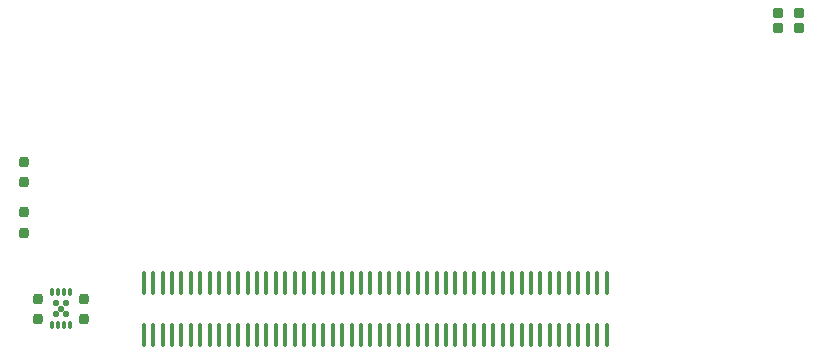
<source format=gtp>
G04 #@! TF.GenerationSoftware,KiCad,Pcbnew,8.0.6*
G04 #@! TF.CreationDate,2024-11-07T02:27:38-08:00*
G04 #@! TF.ProjectId,mse-68-hd,6d73652d-3638-42d6-9864-2e6b69636164,1*
G04 #@! TF.SameCoordinates,Original*
G04 #@! TF.FileFunction,Paste,Top*
G04 #@! TF.FilePolarity,Positive*
%FSLAX46Y46*%
G04 Gerber Fmt 4.6, Leading zero omitted, Abs format (unit mm)*
G04 Created by KiCad (PCBNEW 8.0.6) date 2024-11-07 02:27:38*
%MOMM*%
%LPD*%
G01*
G04 APERTURE LIST*
G04 Aperture macros list*
%AMRoundRect*
0 Rectangle with rounded corners*
0 $1 Rounding radius*
0 $2 $3 $4 $5 $6 $7 $8 $9 X,Y pos of 4 corners*
0 Add a 4 corners polygon primitive as box body*
4,1,4,$2,$3,$4,$5,$6,$7,$8,$9,$2,$3,0*
0 Add four circle primitives for the rounded corners*
1,1,$1+$1,$2,$3*
1,1,$1+$1,$4,$5*
1,1,$1+$1,$6,$7*
1,1,$1+$1,$8,$9*
0 Add four rect primitives between the rounded corners*
20,1,$1+$1,$2,$3,$4,$5,0*
20,1,$1+$1,$4,$5,$6,$7,0*
20,1,$1+$1,$6,$7,$8,$9,0*
20,1,$1+$1,$8,$9,$2,$3,0*%
G04 Aperture macros list end*
%ADD10RoundRect,0.100000X0.100000X0.900000X-0.100000X0.900000X-0.100000X-0.900000X0.100000X-0.900000X0*%
%ADD11RoundRect,0.200000X0.200000X-0.250000X0.200000X0.250000X-0.200000X0.250000X-0.200000X-0.250000X0*%
%ADD12RoundRect,0.200000X-0.200000X0.250000X-0.200000X-0.250000X0.200000X-0.250000X0.200000X0.250000X0*%
%ADD13RoundRect,0.200000X-0.250000X-0.200000X0.250000X-0.200000X0.250000X0.200000X-0.250000X0.200000X0*%
%ADD14RoundRect,0.125000X0.125000X-0.125000X0.125000X0.125000X-0.125000X0.125000X-0.125000X-0.125000X0*%
%ADD15RoundRect,0.046875X0.103125X-0.253125X0.103125X0.253125X-0.103125X0.253125X-0.103125X-0.253125X0*%
%ADD16RoundRect,0.200000X0.250000X0.200000X-0.250000X0.200000X-0.250000X-0.200000X0.250000X-0.200000X0*%
G04 APERTURE END LIST*
D10*
G04 #@! TO.C,J1*
X-57100000Y1800000D03*
X-57100000Y6200000D03*
X-56300000Y1800001D03*
X-56300000Y6199999D03*
X-55500000Y1800000D03*
X-55500000Y6200000D03*
X-54700001Y1800000D03*
X-54700001Y6200000D03*
X-53900000Y1800000D03*
X-53900000Y6200000D03*
X-53100000Y1800000D03*
X-53100000Y6200000D03*
X-52299999Y1800000D03*
X-52299999Y6200000D03*
X-51500000Y1800000D03*
X-51500000Y6200000D03*
X-50700000Y1800001D03*
X-50700000Y6199999D03*
X-49900000Y1800000D03*
X-49900000Y6200000D03*
X-49100000Y1800000D03*
X-49100000Y6200000D03*
X-48300000Y1800000D03*
X-48300000Y6200000D03*
X-47500000Y1800000D03*
X-47500000Y6200000D03*
X-46699999Y1800000D03*
X-46699999Y6200000D03*
X-45900000Y1800000D03*
X-45900000Y6200000D03*
X-45100000Y1800001D03*
X-45100000Y6199999D03*
X-44300000Y1800000D03*
X-44300000Y6200000D03*
X-43500000Y1800000D03*
X-43500000Y6200000D03*
X-42700000Y1800000D03*
X-42700000Y6200000D03*
X-41900000Y1800000D03*
X-41900000Y6200000D03*
X-41099999Y1800000D03*
X-41099999Y6200000D03*
X-40300000Y1800000D03*
X-40300000Y6200000D03*
X-39500000Y1800001D03*
X-39500000Y6199999D03*
X-38700000Y1800000D03*
X-38700000Y6200000D03*
X-37900000Y1800000D03*
X-37900000Y6200000D03*
X-37100000Y1800000D03*
X-37100000Y6200000D03*
X-36300000Y1800000D03*
X-36300000Y6200000D03*
X-35500000Y1800001D03*
X-35500000Y6199999D03*
X-34700000Y1800000D03*
X-34700000Y6200000D03*
X-33900001Y1800000D03*
X-33900001Y6200000D03*
X-33100000Y1800000D03*
X-33100000Y6200000D03*
X-32300000Y1800000D03*
X-32300000Y6200000D03*
X-31500000Y1800000D03*
X-31500000Y6200000D03*
X-30700000Y1800000D03*
X-30700000Y6200000D03*
X-29900000Y1800001D03*
X-29900000Y6199999D03*
X-29100000Y1800000D03*
X-29100000Y6200000D03*
X-28300001Y1800000D03*
X-28300001Y6200000D03*
X-27500000Y1800000D03*
X-27500000Y6200000D03*
X-26700000Y1800000D03*
X-26700000Y6200000D03*
X-25900000Y1800000D03*
X-25900000Y6200000D03*
X-25100000Y1800000D03*
X-25100000Y6200000D03*
X-24300000Y1800001D03*
X-24300000Y6199999D03*
X-23500000Y1800000D03*
X-23500000Y6200000D03*
X-22700001Y1800000D03*
X-22700001Y6200000D03*
X-21900000Y1800000D03*
X-21900000Y6200000D03*
X-21100000Y1800000D03*
X-21100000Y6200000D03*
X-20299999Y1800000D03*
X-20299999Y6200000D03*
X-19500000Y1800000D03*
X-19500000Y6200000D03*
X-18700000Y1800001D03*
X-18700000Y6199999D03*
X-17900000Y1800000D03*
X-17900000Y6200000D03*
G04 #@! TD*
D11*
G04 #@! TO.C,R3*
X-67200000Y10450000D03*
X-67200000Y12150000D03*
G04 #@! TD*
D12*
G04 #@! TO.C,R2*
X-67200000Y16450000D03*
X-67200000Y14750000D03*
G04 #@! TD*
D13*
G04 #@! TO.C,R4*
X-3350000Y27750000D03*
X-1650000Y27750000D03*
G04 #@! TD*
D11*
G04 #@! TO.C,C1*
X-66050000Y3150000D03*
X-66050000Y4850000D03*
G04 #@! TD*
G04 #@! TO.C,R1*
X-62150000Y3150000D03*
X-62150000Y4850000D03*
G04 #@! TD*
D14*
G04 #@! TO.C,U1*
X-64550000Y3550000D03*
X-63650000Y3550000D03*
X-64100000Y4000000D03*
X-64550000Y4450000D03*
X-63650000Y4450000D03*
D15*
X-64850001Y2600000D03*
X-64350000Y2600000D03*
X-63850000Y2600000D03*
X-63349999Y2600000D03*
X-63349999Y5400000D03*
X-63850000Y5400000D03*
X-64350000Y5400000D03*
X-64850001Y5400000D03*
G04 #@! TD*
D16*
G04 #@! TO.C,C2*
X-1650000Y29050000D03*
X-3350000Y29050000D03*
G04 #@! TD*
M02*

</source>
